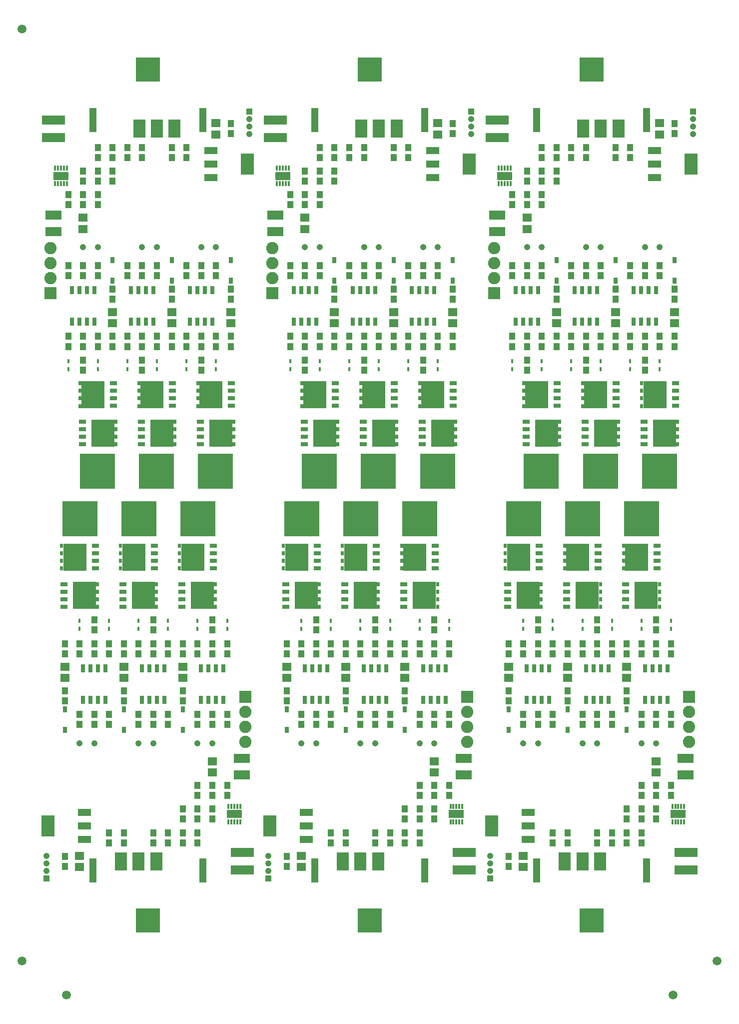
<source format=gts>
%FSLAX25Y25*%
%MOIN*%
G70*
G01*
G75*
G04 Layer_Color=8388736*
%ADD10C,0.03937*%
%ADD11R,0.02165X0.02854*%
%ADD12R,0.02165X0.02510*%
%ADD13R,0.04921X0.02559*%
%ADD14R,0.02362X0.05512*%
%ADD15R,0.03937X0.04331*%
%ADD16R,0.01181X0.02559*%
%ADD17R,0.05906X0.05118*%
%ADD18R,0.02559X0.03819*%
%ADD19R,0.08661X0.04724*%
%ADD20R,0.08661X0.13780*%
%ADD21R,0.07874X0.11811*%
%ADD22R,0.15354X0.05709*%
%ADD23R,0.09646X0.05512*%
%ADD24R,0.01181X0.03150*%
%ADD25R,0.15748X0.15748*%
%ADD26R,0.10630X0.06299*%
%ADD27R,0.04724X0.15748*%
%ADD28C,0.00800*%
%ADD29C,0.01500*%
%ADD30C,0.02000*%
%ADD31R,0.15355X0.18110*%
%ADD32R,0.23622X0.23622*%
%ADD33R,0.03937X0.03937*%
%ADD34C,0.08032*%
%ADD35R,0.08032X0.08032*%
%ADD36C,0.02800*%
%ADD37C,0.02799*%
%ADD38R,0.12598X0.07087*%
%ADD39R,0.01969X0.02756*%
%ADD40R,0.04331X0.09134*%
%ADD41R,0.02953X0.05433*%
%ADD42R,0.08583X0.06378*%
%ADD43R,0.07480X0.01575*%
%ADD44R,0.04724X0.01181*%
%ADD45R,0.01181X0.04724*%
%ADD46R,0.09843X0.06693*%
%ADD47R,0.01772X0.01969*%
%ADD48R,0.07992X0.07165*%
%ADD49C,0.00500*%
%ADD50C,0.01969*%
%ADD51R,0.15551X0.18307*%
%ADD52C,0.05906*%
%ADD53R,0.02365X0.03054*%
%ADD54R,0.02365X0.02710*%
%ADD55R,0.05121X0.02759*%
%ADD56R,0.02562X0.05712*%
%ADD57R,0.04137X0.04531*%
%ADD58R,0.01381X0.02759*%
%ADD59R,0.06106X0.05318*%
%ADD60R,0.02759X0.04019*%
%ADD61R,0.08861X0.04924*%
%ADD62R,0.08861X0.13979*%
%ADD63R,0.08074X0.12011*%
%ADD64R,0.15554X0.05909*%
%ADD65R,0.09846X0.05712*%
%ADD66R,0.01381X0.03350*%
%ADD67C,0.04137*%
%ADD68R,0.15948X0.15948*%
%ADD69R,0.10830X0.06499*%
%ADD70R,0.04924X0.15948*%
%ADD71R,0.23822X0.23822*%
%ADD72R,0.04137X0.04137*%
%ADD73C,0.08232*%
%ADD74R,0.08232X0.08232*%
D51*
X90846Y279134D02*
D03*
X123720Y304724D02*
D03*
X130217Y279134D02*
D03*
X84350Y304724D02*
D03*
X44980Y304724D02*
D03*
X51476Y279134D02*
D03*
X238878Y279134D02*
D03*
X271752Y304724D02*
D03*
X278248Y279134D02*
D03*
X232382Y304724D02*
D03*
X193012Y304724D02*
D03*
X199508Y279134D02*
D03*
X386909Y279134D02*
D03*
X419783Y304724D02*
D03*
X426279Y279134D02*
D03*
X380413Y304724D02*
D03*
X341043Y304724D02*
D03*
X347539Y279134D02*
D03*
X392618Y412992D02*
D03*
X359744Y387402D02*
D03*
X353248Y412992D02*
D03*
X399114Y387402D02*
D03*
X438484Y387402D02*
D03*
X431988Y412992D02*
D03*
X244587Y412992D02*
D03*
X211713Y387402D02*
D03*
X205217Y412992D02*
D03*
X251083Y387402D02*
D03*
X290453Y387402D02*
D03*
X283957Y412992D02*
D03*
X96555Y412992D02*
D03*
X63681Y387402D02*
D03*
X57185Y412992D02*
D03*
X103051Y387402D02*
D03*
X142421Y387402D02*
D03*
X135925Y412992D02*
D03*
D52*
X473622Y35433D02*
D03*
X9843D02*
D03*
Y656693D02*
D03*
X39370Y12795D02*
D03*
X444095D02*
D03*
D53*
X99606Y281618D02*
D03*
Y271507D02*
D03*
Y286761D02*
D03*
X114961Y302240D02*
D03*
Y312351D02*
D03*
Y297097D02*
D03*
X138976Y281618D02*
D03*
Y271507D02*
D03*
Y286761D02*
D03*
X75590Y302240D02*
D03*
Y312351D02*
D03*
Y297097D02*
D03*
X36220Y302240D02*
D03*
Y312351D02*
D03*
Y297097D02*
D03*
X60236Y281618D02*
D03*
Y271507D02*
D03*
Y286761D02*
D03*
X247638Y281618D02*
D03*
Y271507D02*
D03*
Y286761D02*
D03*
X262992Y302240D02*
D03*
Y312351D02*
D03*
Y297097D02*
D03*
X287008Y281618D02*
D03*
Y271507D02*
D03*
Y286761D02*
D03*
X223622Y302240D02*
D03*
Y312351D02*
D03*
Y297097D02*
D03*
X184252Y302240D02*
D03*
Y312351D02*
D03*
Y297097D02*
D03*
X208268Y281618D02*
D03*
Y271507D02*
D03*
Y286761D02*
D03*
X395669Y281618D02*
D03*
Y271507D02*
D03*
Y286761D02*
D03*
X411024Y302240D02*
D03*
Y312351D02*
D03*
Y297097D02*
D03*
X435039Y281618D02*
D03*
Y271507D02*
D03*
Y286761D02*
D03*
X371654Y302240D02*
D03*
Y312351D02*
D03*
Y297097D02*
D03*
X332283Y302240D02*
D03*
Y312351D02*
D03*
Y297097D02*
D03*
X356299Y281618D02*
D03*
Y271507D02*
D03*
Y286761D02*
D03*
X383858Y410508D02*
D03*
Y420619D02*
D03*
Y405365D02*
D03*
X368504Y389886D02*
D03*
Y379775D02*
D03*
Y395028D02*
D03*
X344488Y410508D02*
D03*
Y420619D02*
D03*
Y405365D02*
D03*
X407874Y389886D02*
D03*
Y379775D02*
D03*
Y395028D02*
D03*
X447244Y389886D02*
D03*
Y379775D02*
D03*
Y395028D02*
D03*
X423228Y410508D02*
D03*
Y420619D02*
D03*
Y405365D02*
D03*
X235827Y410508D02*
D03*
Y420619D02*
D03*
Y405365D02*
D03*
X220472Y389886D02*
D03*
Y379775D02*
D03*
Y395028D02*
D03*
X196457Y410508D02*
D03*
Y420619D02*
D03*
Y405365D02*
D03*
X259842Y389886D02*
D03*
Y379775D02*
D03*
Y395028D02*
D03*
X299213Y389886D02*
D03*
Y379775D02*
D03*
Y395028D02*
D03*
X275197Y410508D02*
D03*
Y420619D02*
D03*
Y405365D02*
D03*
X87795Y410508D02*
D03*
Y420619D02*
D03*
Y405365D02*
D03*
X72441Y389886D02*
D03*
Y379775D02*
D03*
Y395028D02*
D03*
X48425Y410508D02*
D03*
Y420619D02*
D03*
Y405365D02*
D03*
X111811Y389886D02*
D03*
Y379775D02*
D03*
Y395028D02*
D03*
X151181Y389886D02*
D03*
Y379775D02*
D03*
Y395028D02*
D03*
X127165Y410508D02*
D03*
Y420619D02*
D03*
Y405365D02*
D03*
D54*
X99606Y276648D02*
D03*
X114961Y307211D02*
D03*
X138976Y276648D02*
D03*
X75590Y307211D02*
D03*
X36220D02*
D03*
X60236Y276648D02*
D03*
X247638D02*
D03*
X262992Y307211D02*
D03*
X287008Y276648D02*
D03*
X223622Y307211D02*
D03*
X184252D02*
D03*
X208268Y276648D02*
D03*
X395669D02*
D03*
X411024Y307211D02*
D03*
X435039Y276648D02*
D03*
X371654Y307211D02*
D03*
X332283D02*
D03*
X356299Y276648D02*
D03*
X383858Y415478D02*
D03*
X368504Y384915D02*
D03*
X344488Y415478D02*
D03*
X407874Y384915D02*
D03*
X447244D02*
D03*
X423228Y415478D02*
D03*
X235827D02*
D03*
X220472Y384915D02*
D03*
X196457Y415478D02*
D03*
X259842Y384915D02*
D03*
X299213D02*
D03*
X275197Y415478D02*
D03*
X87795D02*
D03*
X72441Y384915D02*
D03*
X48425Y415478D02*
D03*
X111811Y384915D02*
D03*
X151181D02*
D03*
X127165Y415478D02*
D03*
D55*
X77165Y271633D02*
D03*
Y276633D02*
D03*
Y286633D02*
D03*
Y281633D02*
D03*
X137402Y312225D02*
D03*
Y307225D02*
D03*
Y297225D02*
D03*
Y302225D02*
D03*
X116535Y271633D02*
D03*
Y276633D02*
D03*
Y286633D02*
D03*
Y281633D02*
D03*
X98032Y312225D02*
D03*
Y307225D02*
D03*
Y297225D02*
D03*
Y302225D02*
D03*
X58661Y312225D02*
D03*
Y307225D02*
D03*
Y297225D02*
D03*
Y302225D02*
D03*
X37795Y271633D02*
D03*
Y276633D02*
D03*
Y286633D02*
D03*
Y281633D02*
D03*
X225197Y271633D02*
D03*
Y276633D02*
D03*
Y286633D02*
D03*
Y281633D02*
D03*
X285433Y312225D02*
D03*
Y307225D02*
D03*
Y297225D02*
D03*
Y302225D02*
D03*
X264567Y271633D02*
D03*
Y276633D02*
D03*
Y286633D02*
D03*
Y281633D02*
D03*
X246063Y312225D02*
D03*
Y307225D02*
D03*
Y297225D02*
D03*
Y302225D02*
D03*
X206693Y312225D02*
D03*
Y307225D02*
D03*
Y297225D02*
D03*
Y302225D02*
D03*
X185827Y271633D02*
D03*
Y276633D02*
D03*
Y286633D02*
D03*
Y281633D02*
D03*
X373228Y271633D02*
D03*
Y276633D02*
D03*
Y286633D02*
D03*
Y281633D02*
D03*
X433465Y312225D02*
D03*
Y307225D02*
D03*
Y297225D02*
D03*
Y302225D02*
D03*
X412598Y271633D02*
D03*
Y276633D02*
D03*
Y286633D02*
D03*
Y281633D02*
D03*
X394094Y312225D02*
D03*
Y307225D02*
D03*
Y297225D02*
D03*
Y302225D02*
D03*
X354724Y312225D02*
D03*
Y307225D02*
D03*
Y297225D02*
D03*
Y302225D02*
D03*
X333858Y271633D02*
D03*
Y276633D02*
D03*
Y286633D02*
D03*
Y281633D02*
D03*
X406299Y420493D02*
D03*
Y415493D02*
D03*
Y405493D02*
D03*
Y410493D02*
D03*
X346063Y379901D02*
D03*
Y384901D02*
D03*
Y394901D02*
D03*
Y389901D02*
D03*
X366929Y420493D02*
D03*
Y415493D02*
D03*
Y405493D02*
D03*
Y410493D02*
D03*
X385433Y379901D02*
D03*
Y384901D02*
D03*
Y394901D02*
D03*
Y389901D02*
D03*
X424803Y379901D02*
D03*
Y384901D02*
D03*
Y394901D02*
D03*
Y389901D02*
D03*
X445669Y420493D02*
D03*
Y415493D02*
D03*
Y405493D02*
D03*
Y410493D02*
D03*
X258268Y420493D02*
D03*
Y415493D02*
D03*
Y405493D02*
D03*
Y410493D02*
D03*
X198031Y379901D02*
D03*
Y384901D02*
D03*
Y394901D02*
D03*
Y389901D02*
D03*
X218898Y420493D02*
D03*
Y415493D02*
D03*
Y405493D02*
D03*
Y410493D02*
D03*
X237402Y379901D02*
D03*
Y384901D02*
D03*
Y394901D02*
D03*
Y389901D02*
D03*
X276772Y379901D02*
D03*
Y384901D02*
D03*
Y394901D02*
D03*
Y389901D02*
D03*
X297638Y420493D02*
D03*
Y415493D02*
D03*
Y405493D02*
D03*
Y410493D02*
D03*
X110236Y420493D02*
D03*
Y415493D02*
D03*
Y405493D02*
D03*
Y410493D02*
D03*
X50000Y379901D02*
D03*
Y384901D02*
D03*
Y394901D02*
D03*
Y389901D02*
D03*
X70866Y420493D02*
D03*
Y415493D02*
D03*
Y405493D02*
D03*
Y410493D02*
D03*
X89370Y379901D02*
D03*
Y384901D02*
D03*
Y394901D02*
D03*
Y389901D02*
D03*
X128740Y379901D02*
D03*
Y384901D02*
D03*
Y394901D02*
D03*
Y389901D02*
D03*
X149606Y420493D02*
D03*
Y415493D02*
D03*
Y405493D02*
D03*
Y410493D02*
D03*
D56*
X144311Y209646D02*
D03*
X139311D02*
D03*
X134311D02*
D03*
X129311D02*
D03*
Y230512D02*
D03*
X134311D02*
D03*
X139311D02*
D03*
X144311D02*
D03*
X104941Y209646D02*
D03*
X99941D02*
D03*
X94941D02*
D03*
X89941D02*
D03*
Y230512D02*
D03*
X94941D02*
D03*
X99941D02*
D03*
X104941D02*
D03*
X65571Y209646D02*
D03*
X60571D02*
D03*
X55571D02*
D03*
X50571D02*
D03*
Y230512D02*
D03*
X55571D02*
D03*
X60571D02*
D03*
X65571D02*
D03*
X292342Y209646D02*
D03*
X287343D02*
D03*
X282343D02*
D03*
X277343D02*
D03*
Y230512D02*
D03*
X282343D02*
D03*
X287343D02*
D03*
X292342D02*
D03*
X252972Y209646D02*
D03*
X247972D02*
D03*
X242972D02*
D03*
X237972D02*
D03*
Y230512D02*
D03*
X242972D02*
D03*
X247972D02*
D03*
X252972D02*
D03*
X213602Y209646D02*
D03*
X208602D02*
D03*
X203602D02*
D03*
X198602D02*
D03*
Y230512D02*
D03*
X203602D02*
D03*
X208602D02*
D03*
X213602D02*
D03*
X440374Y209646D02*
D03*
X435374D02*
D03*
X430374D02*
D03*
X425374D02*
D03*
Y230512D02*
D03*
X430374D02*
D03*
X435374D02*
D03*
X440374D02*
D03*
X401004Y209646D02*
D03*
X396004D02*
D03*
X391004D02*
D03*
X386004D02*
D03*
Y230512D02*
D03*
X391004D02*
D03*
X396004D02*
D03*
X401004D02*
D03*
X361634Y209646D02*
D03*
X356634D02*
D03*
X351634D02*
D03*
X346634D02*
D03*
Y230512D02*
D03*
X351634D02*
D03*
X356634D02*
D03*
X361634D02*
D03*
X339154Y482480D02*
D03*
X344153D02*
D03*
X349153D02*
D03*
X354153D02*
D03*
Y461614D02*
D03*
X349153D02*
D03*
X344153D02*
D03*
X339154D02*
D03*
X378524Y482480D02*
D03*
X383524D02*
D03*
X388524D02*
D03*
X393524D02*
D03*
Y461614D02*
D03*
X388524D02*
D03*
X383524D02*
D03*
X378524D02*
D03*
X417894Y482480D02*
D03*
X422894D02*
D03*
X427894D02*
D03*
X432894D02*
D03*
Y461614D02*
D03*
X427894D02*
D03*
X422894D02*
D03*
X417894D02*
D03*
X191122Y482480D02*
D03*
X196122D02*
D03*
X201122D02*
D03*
X206122D02*
D03*
Y461614D02*
D03*
X201122D02*
D03*
X196122D02*
D03*
X191122D02*
D03*
X230492Y482480D02*
D03*
X235492D02*
D03*
X240492D02*
D03*
X245492D02*
D03*
Y461614D02*
D03*
X240492D02*
D03*
X235492D02*
D03*
X230492D02*
D03*
X269862Y482480D02*
D03*
X274862D02*
D03*
X279862D02*
D03*
X284862D02*
D03*
Y461614D02*
D03*
X279862D02*
D03*
X274862D02*
D03*
X269862D02*
D03*
X43091Y482480D02*
D03*
X48091D02*
D03*
X53091D02*
D03*
X58091D02*
D03*
Y461614D02*
D03*
X53091D02*
D03*
X48091D02*
D03*
X43091D02*
D03*
X82461Y482480D02*
D03*
X87461D02*
D03*
X92461D02*
D03*
X97461D02*
D03*
Y461614D02*
D03*
X92461D02*
D03*
X87461D02*
D03*
X82461D02*
D03*
X121831Y482480D02*
D03*
X126831D02*
D03*
X131831D02*
D03*
X136831D02*
D03*
Y461614D02*
D03*
X131831D02*
D03*
X126831D02*
D03*
X121831D02*
D03*
D57*
X146653Y247047D02*
D03*
Y240354D02*
D03*
X136811Y247047D02*
D03*
Y240354D02*
D03*
Y256102D02*
D03*
Y262795D02*
D03*
X126969Y247047D02*
D03*
Y240354D02*
D03*
X117126Y247047D02*
D03*
Y240354D02*
D03*
X87598Y247047D02*
D03*
Y240354D02*
D03*
X77756Y247047D02*
D03*
Y240354D02*
D03*
X107283Y247047D02*
D03*
Y240354D02*
D03*
X97441Y247047D02*
D03*
Y240354D02*
D03*
Y256102D02*
D03*
Y262795D02*
D03*
X48228Y247047D02*
D03*
Y240354D02*
D03*
X38386Y247047D02*
D03*
Y240354D02*
D03*
X58071Y256102D02*
D03*
Y262795D02*
D03*
Y247047D02*
D03*
Y240354D02*
D03*
X67913Y247047D02*
D03*
Y240354D02*
D03*
X117126Y215551D02*
D03*
Y208858D02*
D03*
X126969Y193110D02*
D03*
Y199803D02*
D03*
X136811Y193110D02*
D03*
Y199803D02*
D03*
X146653Y193110D02*
D03*
Y199803D02*
D03*
X77756Y215551D02*
D03*
Y208858D02*
D03*
X87598Y193110D02*
D03*
Y199803D02*
D03*
X97441Y193110D02*
D03*
Y199803D02*
D03*
X107283Y193110D02*
D03*
Y199803D02*
D03*
X38386Y215551D02*
D03*
Y208858D02*
D03*
X48228Y193110D02*
D03*
Y199803D02*
D03*
X58071Y193110D02*
D03*
Y199803D02*
D03*
X67913Y193110D02*
D03*
Y199803D02*
D03*
X38386Y98622D02*
D03*
Y105315D02*
D03*
X126969Y136811D02*
D03*
Y130118D02*
D03*
X136811Y136811D02*
D03*
Y130118D02*
D03*
X117126Y136811D02*
D03*
Y130118D02*
D03*
X126969Y121063D02*
D03*
Y114370D02*
D03*
X146653Y145866D02*
D03*
Y152559D02*
D03*
X136811Y145866D02*
D03*
Y152559D02*
D03*
X126969Y145866D02*
D03*
Y152559D02*
D03*
X77756Y121063D02*
D03*
Y114370D02*
D03*
X67913Y121063D02*
D03*
Y114370D02*
D03*
X97441Y121063D02*
D03*
Y114370D02*
D03*
X107283Y121063D02*
D03*
Y114370D02*
D03*
X117126Y121063D02*
D03*
Y114370D02*
D03*
X294685Y247047D02*
D03*
Y240354D02*
D03*
X284842Y247047D02*
D03*
Y240354D02*
D03*
Y256102D02*
D03*
Y262795D02*
D03*
X275000Y247047D02*
D03*
Y240354D02*
D03*
X265158Y247047D02*
D03*
Y240354D02*
D03*
X235630Y247047D02*
D03*
Y240354D02*
D03*
X225787Y247047D02*
D03*
Y240354D02*
D03*
X255315Y247047D02*
D03*
Y240354D02*
D03*
X245472Y247047D02*
D03*
Y240354D02*
D03*
Y256102D02*
D03*
Y262795D02*
D03*
X196260Y247047D02*
D03*
Y240354D02*
D03*
X186417Y247047D02*
D03*
Y240354D02*
D03*
X206102Y256102D02*
D03*
Y262795D02*
D03*
Y247047D02*
D03*
Y240354D02*
D03*
X215945Y247047D02*
D03*
Y240354D02*
D03*
X265158Y215551D02*
D03*
Y208858D02*
D03*
X275000Y193110D02*
D03*
Y199803D02*
D03*
X284842Y193110D02*
D03*
Y199803D02*
D03*
X294685Y193110D02*
D03*
Y199803D02*
D03*
X225787Y215551D02*
D03*
Y208858D02*
D03*
X235630Y193110D02*
D03*
Y199803D02*
D03*
X245472Y193110D02*
D03*
Y199803D02*
D03*
X255315Y193110D02*
D03*
Y199803D02*
D03*
X186417Y215551D02*
D03*
Y208858D02*
D03*
X196260Y193110D02*
D03*
Y199803D02*
D03*
X206102Y193110D02*
D03*
Y199803D02*
D03*
X215945Y193110D02*
D03*
Y199803D02*
D03*
X186417Y98622D02*
D03*
Y105315D02*
D03*
X275000Y136811D02*
D03*
Y130118D02*
D03*
X284842Y136811D02*
D03*
Y130118D02*
D03*
X265158Y136811D02*
D03*
Y130118D02*
D03*
X275000Y121063D02*
D03*
Y114370D02*
D03*
X294685Y145866D02*
D03*
Y152559D02*
D03*
X284842Y145866D02*
D03*
Y152559D02*
D03*
X275000Y145866D02*
D03*
Y152559D02*
D03*
X225787Y121063D02*
D03*
Y114370D02*
D03*
X215945Y121063D02*
D03*
Y114370D02*
D03*
X245472Y121063D02*
D03*
Y114370D02*
D03*
X255315Y121063D02*
D03*
Y114370D02*
D03*
X265158Y121063D02*
D03*
Y114370D02*
D03*
X442717Y247047D02*
D03*
Y240354D02*
D03*
X432874Y247047D02*
D03*
Y240354D02*
D03*
Y256102D02*
D03*
Y262795D02*
D03*
X423032Y247047D02*
D03*
Y240354D02*
D03*
X413189Y247047D02*
D03*
Y240354D02*
D03*
X383661Y247047D02*
D03*
Y240354D02*
D03*
X373819Y247047D02*
D03*
Y240354D02*
D03*
X403346Y247047D02*
D03*
Y240354D02*
D03*
X393504Y247047D02*
D03*
Y240354D02*
D03*
Y256102D02*
D03*
Y262795D02*
D03*
X344291Y247047D02*
D03*
Y240354D02*
D03*
X334449Y247047D02*
D03*
Y240354D02*
D03*
X354134Y256102D02*
D03*
Y262795D02*
D03*
Y247047D02*
D03*
Y240354D02*
D03*
X363976Y247047D02*
D03*
Y240354D02*
D03*
X413189Y215551D02*
D03*
Y208858D02*
D03*
X423032Y193110D02*
D03*
Y199803D02*
D03*
X432874Y193110D02*
D03*
Y199803D02*
D03*
X442717Y193110D02*
D03*
Y199803D02*
D03*
X373819Y215551D02*
D03*
Y208858D02*
D03*
X383661Y193110D02*
D03*
Y199803D02*
D03*
X393504Y193110D02*
D03*
Y199803D02*
D03*
X403346Y193110D02*
D03*
Y199803D02*
D03*
X334449Y215551D02*
D03*
Y208858D02*
D03*
X344291Y193110D02*
D03*
Y199803D02*
D03*
X354134Y193110D02*
D03*
Y199803D02*
D03*
X363976Y193110D02*
D03*
Y199803D02*
D03*
X334449Y98622D02*
D03*
Y105315D02*
D03*
X423032Y136811D02*
D03*
Y130118D02*
D03*
X432874Y136811D02*
D03*
Y130118D02*
D03*
X413189Y136811D02*
D03*
Y130118D02*
D03*
X423032Y121063D02*
D03*
Y114370D02*
D03*
X442717Y145866D02*
D03*
Y152559D02*
D03*
X432874Y145866D02*
D03*
Y152559D02*
D03*
X423032Y145866D02*
D03*
Y152559D02*
D03*
X373819Y121063D02*
D03*
Y114370D02*
D03*
X363976Y121063D02*
D03*
Y114370D02*
D03*
X393504Y121063D02*
D03*
Y114370D02*
D03*
X403346Y121063D02*
D03*
Y114370D02*
D03*
X413189Y121063D02*
D03*
Y114370D02*
D03*
X336811Y445079D02*
D03*
Y451772D02*
D03*
X346654Y445079D02*
D03*
Y451772D02*
D03*
Y436024D02*
D03*
Y429331D02*
D03*
X356496Y445079D02*
D03*
Y451772D02*
D03*
X366339Y445079D02*
D03*
Y451772D02*
D03*
X395866Y445079D02*
D03*
Y451772D02*
D03*
X405709Y445079D02*
D03*
Y451772D02*
D03*
X376181Y445079D02*
D03*
Y451772D02*
D03*
X386024Y445079D02*
D03*
Y451772D02*
D03*
Y436024D02*
D03*
Y429331D02*
D03*
X435236Y445079D02*
D03*
Y451772D02*
D03*
X445079Y445079D02*
D03*
Y451772D02*
D03*
X425394Y436024D02*
D03*
Y429331D02*
D03*
Y445079D02*
D03*
Y451772D02*
D03*
X415551Y445079D02*
D03*
Y451772D02*
D03*
X366339Y476575D02*
D03*
Y483268D02*
D03*
X356496Y499016D02*
D03*
Y492323D02*
D03*
X346654Y499016D02*
D03*
Y492323D02*
D03*
X336811Y499016D02*
D03*
Y492323D02*
D03*
X405709Y476575D02*
D03*
Y483268D02*
D03*
X395866Y499016D02*
D03*
Y492323D02*
D03*
X386024Y499016D02*
D03*
Y492323D02*
D03*
X376181Y499016D02*
D03*
Y492323D02*
D03*
X445079Y476575D02*
D03*
Y483268D02*
D03*
X435236Y499016D02*
D03*
Y492323D02*
D03*
X425394Y499016D02*
D03*
Y492323D02*
D03*
X415551Y499016D02*
D03*
Y492323D02*
D03*
X445079Y593504D02*
D03*
Y586811D02*
D03*
X356496Y555315D02*
D03*
Y562008D02*
D03*
X346654Y555315D02*
D03*
Y562008D02*
D03*
X366339Y555315D02*
D03*
Y562008D02*
D03*
X356496Y571063D02*
D03*
Y577756D02*
D03*
X336811Y546260D02*
D03*
Y539567D02*
D03*
X346654Y546260D02*
D03*
Y539567D02*
D03*
X356496Y546260D02*
D03*
Y539567D02*
D03*
X405709Y571063D02*
D03*
Y577756D02*
D03*
X415551Y571063D02*
D03*
Y577756D02*
D03*
X386024Y571063D02*
D03*
Y577756D02*
D03*
X376181Y571063D02*
D03*
Y577756D02*
D03*
X366339Y571063D02*
D03*
Y577756D02*
D03*
X188779Y445079D02*
D03*
Y451772D02*
D03*
X198622Y445079D02*
D03*
Y451772D02*
D03*
Y436024D02*
D03*
Y429331D02*
D03*
X208465Y445079D02*
D03*
Y451772D02*
D03*
X218307Y445079D02*
D03*
Y451772D02*
D03*
X247835Y445079D02*
D03*
Y451772D02*
D03*
X257677Y445079D02*
D03*
Y451772D02*
D03*
X228150Y445079D02*
D03*
Y451772D02*
D03*
X237992Y445079D02*
D03*
Y451772D02*
D03*
Y436024D02*
D03*
Y429331D02*
D03*
X287205Y445079D02*
D03*
Y451772D02*
D03*
X297047Y445079D02*
D03*
Y451772D02*
D03*
X277362Y436024D02*
D03*
Y429331D02*
D03*
Y445079D02*
D03*
Y451772D02*
D03*
X267520Y445079D02*
D03*
Y451772D02*
D03*
X218307Y476575D02*
D03*
Y483268D02*
D03*
X208465Y499016D02*
D03*
Y492323D02*
D03*
X198622Y499016D02*
D03*
Y492323D02*
D03*
X188779Y499016D02*
D03*
Y492323D02*
D03*
X257677Y476575D02*
D03*
Y483268D02*
D03*
X247835Y499016D02*
D03*
Y492323D02*
D03*
X237992Y499016D02*
D03*
Y492323D02*
D03*
X228150Y499016D02*
D03*
Y492323D02*
D03*
X297047Y476575D02*
D03*
Y483268D02*
D03*
X287205Y499016D02*
D03*
Y492323D02*
D03*
X277362Y499016D02*
D03*
Y492323D02*
D03*
X267520Y499016D02*
D03*
Y492323D02*
D03*
X297047Y593504D02*
D03*
Y586811D02*
D03*
X208465Y555315D02*
D03*
Y562008D02*
D03*
X198622Y555315D02*
D03*
Y562008D02*
D03*
X218307Y555315D02*
D03*
Y562008D02*
D03*
X208465Y571063D02*
D03*
Y577756D02*
D03*
X188779Y546260D02*
D03*
Y539567D02*
D03*
X198622Y546260D02*
D03*
Y539567D02*
D03*
X208465Y546260D02*
D03*
Y539567D02*
D03*
X257677Y571063D02*
D03*
Y577756D02*
D03*
X267520Y571063D02*
D03*
Y577756D02*
D03*
X237992Y571063D02*
D03*
Y577756D02*
D03*
X228150Y571063D02*
D03*
Y577756D02*
D03*
X218307Y571063D02*
D03*
Y577756D02*
D03*
X40748Y445079D02*
D03*
Y451772D02*
D03*
X50591Y445079D02*
D03*
Y451772D02*
D03*
Y436024D02*
D03*
Y429331D02*
D03*
X60433Y445079D02*
D03*
Y451772D02*
D03*
X70276Y445079D02*
D03*
Y451772D02*
D03*
X99803Y445079D02*
D03*
Y451772D02*
D03*
X109646Y445079D02*
D03*
Y451772D02*
D03*
X80118Y445079D02*
D03*
Y451772D02*
D03*
X89961Y445079D02*
D03*
Y451772D02*
D03*
Y436024D02*
D03*
Y429331D02*
D03*
X139173Y445079D02*
D03*
Y451772D02*
D03*
X149016Y445079D02*
D03*
Y451772D02*
D03*
X129331Y436024D02*
D03*
Y429331D02*
D03*
Y445079D02*
D03*
Y451772D02*
D03*
X119488Y445079D02*
D03*
Y451772D02*
D03*
X70276Y476575D02*
D03*
Y483268D02*
D03*
X60433Y499016D02*
D03*
Y492323D02*
D03*
X50591Y499016D02*
D03*
Y492323D02*
D03*
X40748Y499016D02*
D03*
Y492323D02*
D03*
X109646Y476575D02*
D03*
Y483268D02*
D03*
X99803Y499016D02*
D03*
Y492323D02*
D03*
X89961Y499016D02*
D03*
Y492323D02*
D03*
X80118Y499016D02*
D03*
Y492323D02*
D03*
X149016Y476575D02*
D03*
Y483268D02*
D03*
X139173Y499016D02*
D03*
Y492323D02*
D03*
X129331Y499016D02*
D03*
Y492323D02*
D03*
X119488Y499016D02*
D03*
Y492323D02*
D03*
X149016Y593504D02*
D03*
Y586811D02*
D03*
X60433Y555315D02*
D03*
Y562008D02*
D03*
X50591Y555315D02*
D03*
Y562008D02*
D03*
X70276Y555315D02*
D03*
Y562008D02*
D03*
X60433Y571063D02*
D03*
Y577756D02*
D03*
X40748Y546260D02*
D03*
Y539567D02*
D03*
X50591Y546260D02*
D03*
Y539567D02*
D03*
X60433Y546260D02*
D03*
Y539567D02*
D03*
X109646Y571063D02*
D03*
Y577756D02*
D03*
X119488Y571063D02*
D03*
Y577756D02*
D03*
X89961Y571063D02*
D03*
Y577756D02*
D03*
X80118Y571063D02*
D03*
Y577756D02*
D03*
X70276Y571063D02*
D03*
Y577756D02*
D03*
D58*
X146653Y256791D02*
D03*
Y262106D02*
D03*
X126969Y256791D02*
D03*
Y262106D02*
D03*
X87598Y256791D02*
D03*
Y262106D02*
D03*
X107283Y256791D02*
D03*
Y262106D02*
D03*
X48228Y256791D02*
D03*
Y262106D02*
D03*
X67913Y256791D02*
D03*
Y262106D02*
D03*
X294685Y256791D02*
D03*
Y262106D02*
D03*
X275000Y256791D02*
D03*
Y262106D02*
D03*
X235630Y256791D02*
D03*
Y262106D02*
D03*
X255315Y256791D02*
D03*
Y262106D02*
D03*
X196260Y256791D02*
D03*
Y262106D02*
D03*
X215945Y256791D02*
D03*
Y262106D02*
D03*
X442717Y256791D02*
D03*
Y262106D02*
D03*
X423032Y256791D02*
D03*
Y262106D02*
D03*
X383661Y256791D02*
D03*
Y262106D02*
D03*
X403346Y256791D02*
D03*
Y262106D02*
D03*
X344291Y256791D02*
D03*
Y262106D02*
D03*
X363976Y256791D02*
D03*
Y262106D02*
D03*
X336811Y435335D02*
D03*
Y430020D02*
D03*
X356496Y435335D02*
D03*
Y430020D02*
D03*
X395866Y435335D02*
D03*
Y430020D02*
D03*
X376181Y435335D02*
D03*
Y430020D02*
D03*
X435236Y435335D02*
D03*
Y430020D02*
D03*
X415551Y435335D02*
D03*
Y430020D02*
D03*
X188779Y435335D02*
D03*
Y430020D02*
D03*
X208465Y435335D02*
D03*
Y430020D02*
D03*
X247835Y435335D02*
D03*
Y430020D02*
D03*
X228150Y435335D02*
D03*
Y430020D02*
D03*
X287205Y435335D02*
D03*
Y430020D02*
D03*
X267520Y435335D02*
D03*
Y430020D02*
D03*
X40748Y435335D02*
D03*
Y430020D02*
D03*
X60433Y435335D02*
D03*
Y430020D02*
D03*
X99803Y435335D02*
D03*
Y430020D02*
D03*
X80118Y435335D02*
D03*
Y430020D02*
D03*
X139173Y435335D02*
D03*
Y430020D02*
D03*
X119488Y435335D02*
D03*
Y430020D02*
D03*
D59*
X117126Y224213D02*
D03*
Y231693D02*
D03*
X77756Y224213D02*
D03*
Y231693D02*
D03*
X38386Y224213D02*
D03*
Y231693D02*
D03*
X48228Y98228D02*
D03*
Y105709D02*
D03*
X136811Y161221D02*
D03*
Y168701D02*
D03*
X265158Y224213D02*
D03*
Y231693D02*
D03*
X225787Y224213D02*
D03*
Y231693D02*
D03*
X186417Y224213D02*
D03*
Y231693D02*
D03*
X196260Y98228D02*
D03*
Y105709D02*
D03*
X284842Y161221D02*
D03*
Y168701D02*
D03*
X413189Y224213D02*
D03*
Y231693D02*
D03*
X373819Y224213D02*
D03*
Y231693D02*
D03*
X334449Y224213D02*
D03*
Y231693D02*
D03*
X344291Y98228D02*
D03*
Y105709D02*
D03*
X432874Y161221D02*
D03*
Y168701D02*
D03*
X366339Y467913D02*
D03*
Y460433D02*
D03*
X405709Y467913D02*
D03*
Y460433D02*
D03*
X445079Y467913D02*
D03*
Y460433D02*
D03*
X435236Y593898D02*
D03*
Y586417D02*
D03*
X346654Y530905D02*
D03*
Y523425D02*
D03*
X218307Y467913D02*
D03*
Y460433D02*
D03*
X257677Y467913D02*
D03*
Y460433D02*
D03*
X297047Y467913D02*
D03*
Y460433D02*
D03*
X287205Y593898D02*
D03*
Y586417D02*
D03*
X198622Y530905D02*
D03*
Y523425D02*
D03*
X70276Y467913D02*
D03*
Y460433D02*
D03*
X109646Y467913D02*
D03*
Y460433D02*
D03*
X149016Y467913D02*
D03*
Y460433D02*
D03*
X139173Y593898D02*
D03*
Y586417D02*
D03*
X50591Y530905D02*
D03*
Y523425D02*
D03*
D60*
X117126Y189606D02*
D03*
Y203307D02*
D03*
X77756Y189606D02*
D03*
Y203307D02*
D03*
X38386Y189606D02*
D03*
Y203307D02*
D03*
X265158Y189606D02*
D03*
Y203307D02*
D03*
X225787Y189606D02*
D03*
Y203307D02*
D03*
X186417Y189606D02*
D03*
Y203307D02*
D03*
X413189Y189606D02*
D03*
Y203307D02*
D03*
X373819Y189606D02*
D03*
Y203307D02*
D03*
X334449Y189606D02*
D03*
Y203307D02*
D03*
X366339Y502520D02*
D03*
Y488819D02*
D03*
X405709Y502520D02*
D03*
Y488819D02*
D03*
X445079Y502520D02*
D03*
Y488819D02*
D03*
X218307Y502520D02*
D03*
Y488819D02*
D03*
X257677Y502520D02*
D03*
Y488819D02*
D03*
X297047Y502520D02*
D03*
Y488819D02*
D03*
X70276Y502520D02*
D03*
Y488819D02*
D03*
X109646Y502520D02*
D03*
Y488819D02*
D03*
X149016Y502520D02*
D03*
Y488819D02*
D03*
D61*
X51575Y134646D02*
D03*
Y116535D02*
D03*
Y125591D02*
D03*
X199606Y134646D02*
D03*
Y116535D02*
D03*
Y125591D02*
D03*
X347638Y134646D02*
D03*
Y116535D02*
D03*
Y125591D02*
D03*
X431890Y557480D02*
D03*
Y575591D02*
D03*
Y566535D02*
D03*
X283858Y557480D02*
D03*
Y575591D02*
D03*
Y566535D02*
D03*
X135827Y557480D02*
D03*
Y575591D02*
D03*
Y566535D02*
D03*
D62*
X27165Y125591D02*
D03*
X175197D02*
D03*
X323228D02*
D03*
X456299Y566535D02*
D03*
X308268D02*
D03*
X160236D02*
D03*
D63*
X87598Y101969D02*
D03*
X99410D02*
D03*
X75787D02*
D03*
X235630D02*
D03*
X247441D02*
D03*
X223819D02*
D03*
X383661D02*
D03*
X395472D02*
D03*
X371850D02*
D03*
X395866Y590158D02*
D03*
X384055D02*
D03*
X407677D02*
D03*
X247835D02*
D03*
X236024D02*
D03*
X259646D02*
D03*
X99803D02*
D03*
X87992D02*
D03*
X111614D02*
D03*
D64*
X156693Y96161D02*
D03*
Y107776D02*
D03*
X304724Y96161D02*
D03*
Y107776D02*
D03*
X452756Y96161D02*
D03*
Y107776D02*
D03*
X326772Y595965D02*
D03*
Y584350D02*
D03*
X178740Y595965D02*
D03*
Y584350D02*
D03*
X30709Y595965D02*
D03*
Y584350D02*
D03*
D65*
X151575Y133465D02*
D03*
X299606D02*
D03*
X447638D02*
D03*
X331890Y558661D02*
D03*
X183858D02*
D03*
X35827D02*
D03*
D66*
X151575Y138583D02*
D03*
X153543D02*
D03*
X155512D02*
D03*
X149606D02*
D03*
X147638D02*
D03*
Y128346D02*
D03*
X149606D02*
D03*
X155512D02*
D03*
X153543D02*
D03*
X151575D02*
D03*
X299606Y138583D02*
D03*
X301575D02*
D03*
X303543D02*
D03*
X297638D02*
D03*
X295669D02*
D03*
Y128346D02*
D03*
X297638D02*
D03*
X303543D02*
D03*
X301575D02*
D03*
X299606D02*
D03*
X447638Y138583D02*
D03*
X449606D02*
D03*
X451575D02*
D03*
X445669D02*
D03*
X443701D02*
D03*
Y128346D02*
D03*
X445669D02*
D03*
X451575D02*
D03*
X449606D02*
D03*
X447638D02*
D03*
X331890Y553543D02*
D03*
X329921D02*
D03*
X327953D02*
D03*
X333858D02*
D03*
X335827D02*
D03*
Y563779D02*
D03*
X333858D02*
D03*
X327953D02*
D03*
X329921D02*
D03*
X331890D02*
D03*
X183858Y553543D02*
D03*
X181890D02*
D03*
X179921D02*
D03*
X185827D02*
D03*
X187795D02*
D03*
Y563779D02*
D03*
X185827D02*
D03*
X179921D02*
D03*
X181890D02*
D03*
X183858D02*
D03*
X35827Y553543D02*
D03*
X33858D02*
D03*
X31890D02*
D03*
X37795D02*
D03*
X39764D02*
D03*
Y563779D02*
D03*
X37795D02*
D03*
X31890D02*
D03*
X33858D02*
D03*
X35827D02*
D03*
D67*
X48228Y180709D02*
D03*
X58071D02*
D03*
X87598D02*
D03*
X97441D02*
D03*
X126969D02*
D03*
X136811D02*
D03*
X196260D02*
D03*
X206102D02*
D03*
X235630D02*
D03*
X245472D02*
D03*
X275000D02*
D03*
X284842D02*
D03*
X344291D02*
D03*
X354134D02*
D03*
X383661D02*
D03*
X393504D02*
D03*
X423032D02*
D03*
X432874D02*
D03*
X435236Y511417D02*
D03*
X425394D02*
D03*
X395866D02*
D03*
X386024D02*
D03*
X356496D02*
D03*
X346654D02*
D03*
X287205D02*
D03*
X277362D02*
D03*
X247835D02*
D03*
X237992D02*
D03*
X208465D02*
D03*
X198622D02*
D03*
X139173D02*
D03*
X129331D02*
D03*
X99803D02*
D03*
X89961D02*
D03*
X60433D02*
D03*
X50591D02*
D03*
X25984Y95531D02*
D03*
Y105532D02*
D03*
Y100531D02*
D03*
X174016Y95531D02*
D03*
Y105532D02*
D03*
Y100531D02*
D03*
X322047Y95531D02*
D03*
Y105532D02*
D03*
Y100531D02*
D03*
X457480Y596594D02*
D03*
Y586594D02*
D03*
Y591595D02*
D03*
X309449Y596594D02*
D03*
Y586594D02*
D03*
Y591595D02*
D03*
X161417Y596594D02*
D03*
Y586594D02*
D03*
Y591595D02*
D03*
D68*
X93701Y62598D02*
D03*
X241732D02*
D03*
X389764D02*
D03*
X389764Y629528D02*
D03*
X241732D02*
D03*
X93701D02*
D03*
D69*
X156496Y159449D02*
D03*
Y170472D02*
D03*
X304528Y159449D02*
D03*
Y170472D02*
D03*
X452559Y159449D02*
D03*
Y170472D02*
D03*
X326969Y532677D02*
D03*
Y521654D02*
D03*
X178937Y532677D02*
D03*
Y521654D02*
D03*
X30906Y532677D02*
D03*
Y521654D02*
D03*
D70*
X130315Y96063D02*
D03*
X57087D02*
D03*
X278346D02*
D03*
X205118D02*
D03*
X426378D02*
D03*
X353150D02*
D03*
Y596063D02*
D03*
X426378D02*
D03*
X205118D02*
D03*
X278346D02*
D03*
X57087D02*
D03*
X130315D02*
D03*
D71*
X87795Y330315D02*
D03*
X127165D02*
D03*
X48425D02*
D03*
X235827D02*
D03*
X275197D02*
D03*
X196457D02*
D03*
X383858D02*
D03*
X423228D02*
D03*
X344488D02*
D03*
X395669Y361811D02*
D03*
X356299D02*
D03*
X435039D02*
D03*
X247638D02*
D03*
X208268D02*
D03*
X287008D02*
D03*
X99606D02*
D03*
X60236D02*
D03*
X138976D02*
D03*
D72*
X25984Y90531D02*
D03*
X174016D02*
D03*
X322047D02*
D03*
X457480Y601594D02*
D03*
X309449D02*
D03*
X161417D02*
D03*
D73*
X158661Y201457D02*
D03*
Y181457D02*
D03*
Y191457D02*
D03*
X306693Y201457D02*
D03*
Y181457D02*
D03*
Y191457D02*
D03*
X454724Y201457D02*
D03*
Y181457D02*
D03*
Y191457D02*
D03*
X324803Y490669D02*
D03*
Y510669D02*
D03*
Y500669D02*
D03*
X176772Y490669D02*
D03*
Y510669D02*
D03*
Y500669D02*
D03*
X28740Y490669D02*
D03*
Y510669D02*
D03*
Y500669D02*
D03*
D74*
X158661Y211457D02*
D03*
X306693D02*
D03*
X454724D02*
D03*
X324803Y480669D02*
D03*
X176772D02*
D03*
X28740D02*
D03*
M02*

</source>
